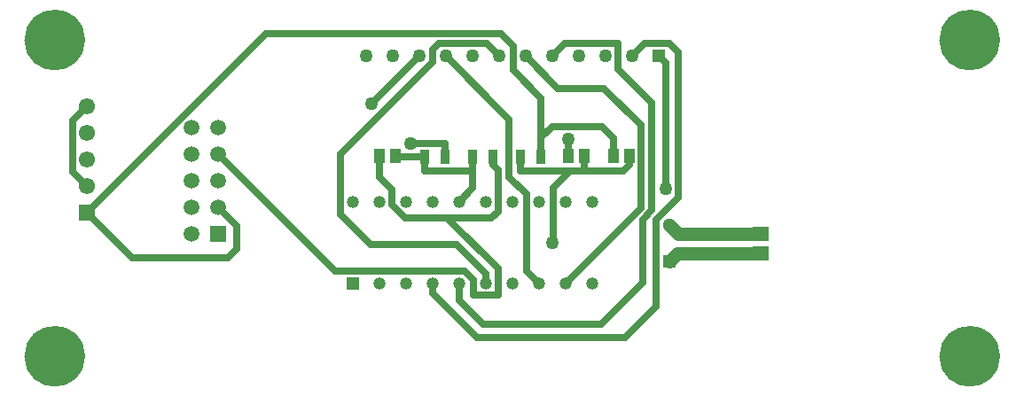
<source format=gbr>
G04*
G04 #@! TF.GenerationSoftware,Altium Limited,Altium Designer,23.2.1 (34)*
G04*
G04 Layer_Physical_Order=1*
G04 Layer_Color=255*
%FSLAX25Y25*%
%MOIN*%
G70*
G04*
G04 #@! TF.SameCoordinates,4C8DD8F6-A57A-4931-99BD-73A2A12B2EB2*
G04*
G04*
G04 #@! TF.FilePolarity,Positive*
G04*
G01*
G75*
%ADD15R,0.04134X0.05315*%
%ADD16R,0.05938X0.05534*%
%ADD17R,0.03740X0.05709*%
%ADD20R,0.05118X0.05118*%
%ADD21C,0.05118*%
%ADD25C,0.05000*%
%ADD26R,0.05000X0.05000*%
%ADD33C,0.03937*%
%ADD34C,0.02500*%
%ADD35C,0.05000*%
%ADD36C,0.17323*%
%ADD37R,0.06102X0.06102*%
%ADD38C,0.06102*%
%ADD39R,0.04685X0.04685*%
%ADD40C,0.04685*%
%ADD41R,0.05906X0.05906*%
%ADD42C,0.05906*%
%ADD43C,0.02362*%
D15*
X491047Y438500D02*
D03*
X496953D02*
D03*
X513953D02*
D03*
X508047D02*
D03*
X425953D02*
D03*
X420047D02*
D03*
D16*
X563500Y401707D02*
D03*
Y409000D02*
D03*
D17*
X473161Y438000D02*
D03*
X480839D02*
D03*
X455161D02*
D03*
X462839D02*
D03*
X437161D02*
D03*
X444839D02*
D03*
D20*
X529000Y398610D02*
D03*
D21*
Y412390D02*
D03*
D25*
X415000Y476000D02*
D03*
X425000D02*
D03*
X435000D02*
D03*
X445000D02*
D03*
X455000D02*
D03*
X465000D02*
D03*
X475000D02*
D03*
X485000D02*
D03*
X495000D02*
D03*
X505000D02*
D03*
X515000D02*
D03*
X417150Y458150D02*
D03*
X527600Y426100D02*
D03*
X484957Y405743D02*
D03*
X491047Y444700D02*
D03*
X431600Y443200D02*
D03*
D26*
X525000Y476000D02*
D03*
D33*
X307449Y482000D02*
G03*
X307449Y482000I-9449J0D01*
G01*
X651449Y363000D02*
G03*
X651449Y363000I-9449J0D01*
G01*
Y482000D02*
G03*
X651449Y482000I-9449J0D01*
G01*
X307449Y363000D02*
G03*
X307449Y363000I-9449J0D01*
G01*
D34*
X425953Y438000D02*
X437161D01*
X513953Y435057D02*
Y438500D01*
X511696Y432800D02*
X513953Y435057D01*
X496953Y432800D02*
X511696D01*
X518300Y418800D02*
Y450000D01*
X522500Y417988D02*
Y458400D01*
X491800Y432800D02*
X496953D01*
X473161D02*
X491800D01*
X485407Y419228D02*
Y426407D01*
X491800Y432800D01*
X485407Y419228D02*
X485435Y419200D01*
Y406222D02*
Y419200D01*
X484957Y405743D02*
X485435Y406222D01*
X417150Y458150D02*
X435000Y476000D01*
X519000Y414488D02*
X522500Y417988D01*
X509800Y471100D02*
X522500Y458400D01*
X527600Y426100D02*
Y473400D01*
X532400Y422591D02*
Y477500D01*
X524191Y414382D02*
X532400Y422591D01*
X529100Y480800D02*
X532400Y477500D01*
X525000Y476000D02*
X527600Y473400D01*
X519000Y390600D02*
Y414488D01*
X503400Y375000D02*
X519000Y390600D01*
X429600Y415000D02*
X445500D01*
X464593Y385907D02*
Y395907D01*
X445500Y415000D02*
X464593Y395907D01*
X445500Y415000D02*
X462100D01*
X405400Y416500D02*
X416900Y405000D01*
X449009D02*
X460000Y394009D01*
X416900Y405000D02*
X449009D01*
X450000Y383955D02*
X458955Y375000D01*
X503400D01*
X512491Y370000D02*
X524191Y381700D01*
X440000Y386800D02*
X456800Y370000D01*
X512491D01*
X363000Y400000D02*
X366500Y403500D01*
X327000Y400000D02*
X363000D01*
X366500Y403500D02*
Y412000D01*
X359500Y419000D02*
X366500Y412000D01*
X496953Y432800D02*
Y438500D01*
X455161Y426291D02*
Y432800D01*
X480839Y445289D02*
Y460111D01*
X450000Y421130D02*
X455161Y426291D01*
X475400Y395100D02*
X480000Y390500D01*
X475400Y395100D02*
Y424000D01*
X468900Y430500D02*
X475400Y424000D01*
X468900Y430500D02*
Y452100D01*
X445000Y476000D02*
X468900Y452100D01*
X490000Y390500D02*
X518300Y418800D01*
X504458Y463842D02*
X518300Y450000D01*
X487158Y463842D02*
X504458D01*
X475000Y476000D02*
X487158Y463842D01*
X420047Y430253D02*
Y438500D01*
X424600Y420000D02*
Y425700D01*
Y420000D02*
X429600Y415000D01*
X455400Y385907D02*
X464593D01*
X455400D02*
Y391700D01*
X452007Y395093D02*
X455400Y391700D01*
X403407Y395093D02*
X452007D01*
X359500Y439000D02*
X403407Y395093D01*
X491047Y438500D02*
Y444700D01*
X450000Y383955D02*
Y390500D01*
X509800Y471100D02*
Y480800D01*
X489800D02*
X509800D01*
X485000Y476000D02*
X489800Y480800D01*
X440000Y386800D02*
Y390500D01*
X524191Y381700D02*
Y414382D01*
X519800Y480800D02*
X529100D01*
X515000Y476000D02*
X519800Y480800D01*
X425953Y438000D02*
Y438500D01*
X444839Y438000D02*
Y443200D01*
X431600D02*
X444839D01*
X473161Y432800D02*
Y438000D01*
X460250Y480750D02*
X465000Y476000D01*
X442500Y480750D02*
X460250D01*
X440000Y478250D02*
X442500Y480750D01*
X440000Y473700D02*
Y478250D01*
X405400Y439100D02*
X440000Y473700D01*
X405400Y416500D02*
Y439100D01*
X460000Y390500D02*
Y394009D01*
X470250Y470700D02*
X480839Y460111D01*
X470250Y470700D02*
Y479650D01*
X465650Y484250D02*
X470250Y479650D01*
X377250Y484250D02*
X465650D01*
X310000Y417000D02*
X377250Y484250D01*
X310000Y417000D02*
X327000Y400000D01*
X420047Y430253D02*
X424600Y425700D01*
X462100Y415000D02*
X464600Y417500D01*
Y433139D01*
X462839Y434900D02*
X464600Y433139D01*
X462839Y434900D02*
Y438000D01*
X480839D02*
Y445289D01*
X485000Y449450D01*
X503597D01*
X508047Y445000D01*
Y438500D02*
Y445000D01*
X304600Y432400D02*
X310000Y427000D01*
X304600Y432400D02*
Y451600D01*
X310000Y457000D01*
X455161Y432800D02*
Y438000D01*
X437161Y432800D02*
X455161D01*
X437161D02*
Y438000D01*
D35*
X532390Y409000D02*
X563500D01*
X529000Y412390D02*
X532390Y409000D01*
X532097Y401707D02*
X563500D01*
X529000Y398610D02*
X532097Y401707D01*
D36*
X298000Y482000D02*
D03*
X642000Y363000D02*
D03*
Y482000D02*
D03*
X298000Y363000D02*
D03*
D37*
X310000Y417000D02*
D03*
D38*
Y427000D02*
D03*
Y437000D02*
D03*
Y447000D02*
D03*
Y457000D02*
D03*
D39*
X410000Y390500D02*
D03*
D40*
X420000D02*
D03*
X430000D02*
D03*
X440000D02*
D03*
X450000D02*
D03*
X460000D02*
D03*
X470000D02*
D03*
X480000D02*
D03*
X490000D02*
D03*
X500000D02*
D03*
Y421130D02*
D03*
X490000D02*
D03*
X480000D02*
D03*
X470000D02*
D03*
X460000D02*
D03*
X450000D02*
D03*
X440000D02*
D03*
X430000D02*
D03*
X420000D02*
D03*
X410000D02*
D03*
D41*
X359500Y409000D02*
D03*
D42*
X349500D02*
D03*
X359500Y419000D02*
D03*
X349500D02*
D03*
X359500Y429000D02*
D03*
X349500D02*
D03*
X359500Y439000D02*
D03*
X349500D02*
D03*
X359500Y449000D02*
D03*
X349500D02*
D03*
D43*
X304124Y488125D02*
D03*
X306661Y482000D02*
D03*
X304124Y475876D02*
D03*
X298000Y473339D02*
D03*
X291876Y475876D02*
D03*
X289339Y482000D02*
D03*
X291876Y488125D02*
D03*
X298000Y490661D02*
D03*
X648125Y369125D02*
D03*
X650661Y363000D02*
D03*
X648125Y356875D02*
D03*
X642000Y354339D02*
D03*
X635876Y356875D02*
D03*
X633339Y363000D02*
D03*
X635876Y369125D02*
D03*
X642000Y371661D02*
D03*
X648125Y488125D02*
D03*
X650661Y482000D02*
D03*
X648125Y475876D02*
D03*
X642000Y473339D02*
D03*
X635876Y475876D02*
D03*
X633339Y482000D02*
D03*
X635876Y488125D02*
D03*
X642000Y490661D02*
D03*
X304124Y369125D02*
D03*
X306661Y363000D02*
D03*
X304124Y356875D02*
D03*
X298000Y354339D02*
D03*
X291876Y356875D02*
D03*
X289339Y363000D02*
D03*
X291876Y369125D02*
D03*
X298000Y371661D02*
D03*
M02*

</source>
